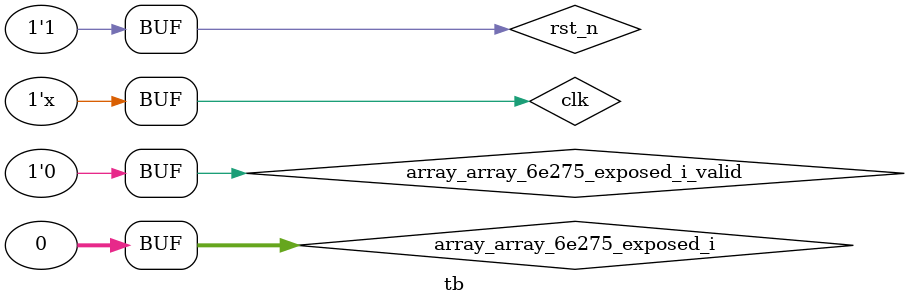
<source format=sv>

module memuser_6e251 (
  input logic clk,
  input logic rst_n,
  // Port FIFO count
  input logic [0:0] fifo_count_pop_valid,
  input logic [31:0] fifo_count_pop_data,
  output logic [0:0] fifo_count_pop_ready,
  // Port FIFO is_finish
  input logic [0:0] fifo_is_finish_pop_valid,
  input logic [0:0] fifo_is_finish_pop_data,
  output logic [0:0] fifo_is_finish_pop_ready,
  // Port FIFO rdata
  input logic [0:0] fifo_rdata_pop_valid,
  input logic [31:0] fifo_rdata_pop_data,
  output logic [0:0] fifo_rdata_pop_ready,
  /* Array: array_6e275[1 x i32] */
  input logic [31:0] array_array_6e275_q,
  output logic [0:0] array_array_6e275_w,
  output logic [0:0] array_array_6e275_widx,
  output logic [31:0] array_array_6e275_d,

  /* Array: array_6e26c[1 x u32] */
  input logic [31:0] array_array_6e26c_q,
  output logic [0:0] array_array_6e26c_w,
  output logic [0:0] array_array_6e26c_widx,
  output logic [31:0] array_array_6e26c_d,

  /* Array: array_6e25a[9 x i32] */
  input logic [287:0] array_array_6e25a_q,

  // self.event_q
  input logic counter_pop_valid,
  input logic counter_delta_ready,
  output logic counter_pop_ready,
  output logic expose_executed);

  logic executed;
  logic [31:0] var_29;
  assign var_29 = fifo_rdata_pop_data;


  assign fifo_rdata_pop_ready = executed;
  logic [31:0] var_31;
  assign var_31 = fifo_count_pop_data;


  assign fifo_count_pop_ready = executed;
  logic [0:0] var_33;
  assign var_33 = fifo_is_finish_pop_data;


  assign fifo_is_finish_pop_ready = executed;
  logic [31:0] var_35;
  assign var_35 = var_29;


  logic [31:0] var_37;
  assign var_37 = 8 == var_31 ? array_array_6e25a_q[287:256] : (7 == var_31 ? array_array_6e25a_q[255:224] : (6 == var_31 ? array_array_6e25a_q[223:192] : (5 == var_31 ? array_array_6e25a_q[191:160] : (4 == var_31 ? array_array_6e25a_q[159:128] : (3 == var_31 ? array_array_6e25a_q[127:96] : (2 == var_31 ? array_array_6e25a_q[95:64] : (1 == var_31 ? array_array_6e25a_q[63:32] : (0 == var_31 ? array_array_6e25a_q[31:0] : ('x)))))))));


  logic [63:0] var_40;
  assign var_40 = $signed(var_35) * $signed(var_37);


  logic [31:0] var_45;
  assign var_45 = var_40[31:0];


  logic [31:0] var_49;
  assign var_49 = var_45;


  logic [31:0] var_51;
  assign var_51 = array_array_6e275_q[31:0];


  logic [31:0] var_54;
  assign var_54 = $signed(var_51) + $signed(var_49);


  logic [0:0] var_58;
  assign var_58 = var_31 < 32'd8;


  logic [0:0] var_68;
  assign var_68 = var_31 == 32'd8;


  logic [31:0] var_74;
  assign var_74 = array_array_6e26c_q[31:0];


  logic [31:0] var_78;
  assign var_78 = var_74 + 32'd1;


  always_ff @(posedge clk) if (executed && (var_68))$display("%t\t[memuser_6e251]\t\tStep: %d	Conv_sum: %d",



  $time

, var_78, var_54);

  always_ff @(posedge clk) if (executed && (var_68 && var_33))$display("%t\t[memuser_6e251]\t\tfinish",



  $time

);





  // Gather FIFO pushes
  // Gather Array writes
  assign array_array_6e26c_w = (executed) && (((var_68)));
    assign array_array_6e26c_d = ({ 32 { (var_68) } } & var_78);
    assign array_array_6e26c_widx = ({ 1 { (var_68) } } & 1'd0);

    assign array_array_6e275_w = (executed) && (((var_58)) || ((var_68)));
    assign array_array_6e275_d = ({ 32 { (var_58) } } & var_54) | ({ 32 { (var_68) } } & 32'd0);
    assign array_array_6e275_widx = ({ 1 { (var_58) } } & 1'd0) | ({ 1 { (var_68) } } & 1'd0);

    assign executed = counter_pop_valid;
  assign counter_pop_ready = executed;
  assign expose_executed = executed;
endmodule // memuser_6e251


module driver (
  input logic clk,
  input logic rst_n,
  /* Array: array_6e323[1 x u32] */
  input logic [31:0] array_array_6e323_q,
  output logic [0:0] array_array_6e323_w,
  output logic [0:0] array_array_6e323_widx,
  output logic [31:0] array_array_6e323_d,

  /* Array: array_6e317[1 x u32] */
  input logic [31:0] array_array_6e317_q,
  output logic [0:0] array_array_6e317_w,
  output logic [0:0] array_array_6e317_widx,
  output logic [31:0] array_array_6e317_d,

  /* Array: array_6e329[1 x u32] */
  input logic [31:0] array_array_6e329_q,
  output logic [0:0] array_array_6e329_w,
  output logic [0:0] array_array_6e329_widx,
  output logic [31:0] array_array_6e329_d,

  // External FIFO memuser_6e251.is_finish
  output logic [0:0] fifo_memuser_6e251_is_finish_push_valid,
  output logic [0:0] fifo_memuser_6e251_is_finish_push_data,
  input logic [0:0] fifo_memuser_6e251_is_finish_push_ready,

  /* Array: array_6e335[1 x u32] */
  input logic [31:0] array_array_6e335_q,
  output logic [0:0] array_array_6e335_w,
  output logic [0:0] array_array_6e335_widx,
  output logic [31:0] array_array_6e335_d,

  // External FIFO memuser_6e251.count
  output logic [0:0] fifo_memuser_6e251_count_push_valid,
  output logic [31:0] fifo_memuser_6e251_count_push_data,
  input logic [0:0] fifo_memuser_6e251_count_push_ready,

  /* Array: array_6e32f[1 x u32] */
  input logic [31:0] array_array_6e32f_q,
  output logic [0:0] array_array_6e32f_w,
  output logic [0:0] array_array_6e32f_widx,
  output logic [31:0] array_array_6e32f_d,

  // Module memuser_6e251
  output logic [7:0] memuser_6e251_counter_delta,
  input logic [0:0] memuser_6e251_counter_delta_ready,


  output logic [13:0] expose_var_149,
  output logic [0:0] expose_var_149_valid,
  // self.event_q
  input logic counter_pop_valid,
  input logic counter_delta_ready,
  output logic counter_pop_ready,
  output logic expose_executed);

  logic executed;
  logic [31:0] var_101;
  assign var_101 = array_array_6e317_q[31:0];


  logic [31:0] var_104;
  assign var_104 = array_array_6e323_q[31:0];


  logic [31:0] var_107;
  assign var_107 = array_array_6e329_q[31:0];


  logic [31:0] var_110;
  assign var_110 = array_array_6e32f_q[31:0];


  logic [31:0] var_113;
  assign var_113 = array_array_6e335_q[31:0];


  logic [63:0] var_117;
  assign var_117 = var_101 * 32'd128;


  logic [31:0] var_120;
  assign var_120 = var_117[31:0];


  logic [31:0] var_124;
  assign var_124 = var_120;


  logic [31:0] var_126;
  assign var_126 = var_124 + var_104;


  logic [63:0] var_129;
  assign var_129 = var_107 * 32'd128;


  logic [31:0] var_132;
  assign var_132 = var_129[31:0];


  logic [31:0] var_136;
  assign var_136 = var_132;


  logic [31:0] var_138;
  assign var_138 = var_136 + var_110;


  logic [31:0] var_141;
  assign var_141 = var_126 + var_138;


  logic [13:0] var_145;
  assign var_145 = var_141[13:0];


  logic [13:0] var_149;
  assign var_149 = var_145;
  assign expose_var_149 = var_149;
  assign expose_var_149_valid = executed && 1;


  logic [0:0] var_152;
  assign var_152 = var_101 == 32'd61;


  logic [0:0] var_156;
  assign var_156 = var_152 ? 1'd1 : 1'd0;


  logic [0:0] var_242;
  assign var_242 = var_104 == 32'd125;


  logic [0:0] var_164;
  assign var_164 = var_242 ? var_156 : 1'd0;


  logic [0:0] var_224;
  assign var_224 = var_110 == 32'd2;


  logic [31:0] var_182;
  assign var_182 = var_107 + 32'd1;


  logic [31:0] var_185;
  assign var_185 = var_224 ? var_182 : var_107;


  logic [0:0] var_190;
  assign var_190 = var_185 == 32'd3;


  logic [31:0] var_194;
  assign var_194 = var_190 ? 32'd0 : var_185;


  logic [31:0] var_201;
  assign var_201 = var_110 + 32'd1;


  logic [31:0] var_204;
  assign var_204 = var_224 ? 32'd0 : var_201;


  logic [0:0] var_282;
  assign var_282 = var_113 == 32'd8;


  logic [31:0] var_217;
  assign var_217 = var_101 + 32'd1;


  logic [31:0] var_220;
  assign var_220 = var_242 ? var_217 : var_101;


  logic [31:0] var_227;
  assign var_227 = var_104 + 32'd1;


  logic [31:0] var_230;
  assign var_230 = var_242 ? 32'd0 : var_227;


  logic [31:0] var_245;
  assign var_245 = var_113 + 32'd1;


  logic [31:0] var_248;
  assign var_248 = var_282 ? 32'd0 : var_245;


  assign memuser_6e251_counter_delta = executed ? 1 : 0;

  // Gather FIFO pushes
  assign fifo_memuser_6e251_count_push_valid = executed;
  assign fifo_memuser_6e251_count_push_data = var_113;

  assign fifo_memuser_6e251_is_finish_push_valid = executed;
  assign fifo_memuser_6e251_is_finish_push_data = var_164;

  // Gather Array writes
  assign array_array_6e317_w = (executed) && (((var_282)));
    assign array_array_6e317_d = ({ 32 { (var_282) } } & var_220);
    assign array_array_6e317_widx = ({ 1 { (var_282) } } & 1'd0);

    assign array_array_6e323_w = (executed) && (((var_282)));
    assign array_array_6e323_d = ({ 32 { (var_282) } } & var_230);
    assign array_array_6e323_widx = ({ 1 { (var_282) } } & 1'd0);

    assign array_array_6e335_w = executed;
    assign array_array_6e335_d = var_248;
    assign array_array_6e335_widx = 1'd0;

    assign array_array_6e329_w = executed;
    assign array_array_6e329_d = var_194;
    assign array_array_6e329_widx = 1'd0;

    assign array_array_6e32f_w = executed;
    assign array_array_6e32f_d = var_204;
    assign array_array_6e32f_widx = 1'd0;

    assign executed = counter_pop_valid;
  assign counter_pop_ready = executed;
  assign expose_executed = executed;
endmodule // driver


module SRAM_6e3f2 (
  input logic clk,
  input logic rst_n,
  /* Array: array_77af3[16384 x b32] */
  /* /tmp/conv_sum/inputfile.hex */


  // External FIFO memuser_6e251.rdata
  output logic [0:0] fifo_memuser_6e251_rdata_push_valid,
  output logic [31:0] fifo_memuser_6e251_rdata_push_data,
  input logic [0:0] fifo_memuser_6e251_rdata_push_ready,

  // Declare upstream executed signals
  input logic [0:0] driver_executed,
  input logic [13:0] var_149,
  input logic [0:0] var_149_valid,
  output logic expose_executed);

  logic executed;
  logic [31:0] dataout;
  logic [31:0] var_275;
  assign var_275 = dataout;
  // Gather FIFO pushes
  assign fifo_memuser_6e251_rdata_push_valid = (executed) && (((1'd1)));
  assign fifo_memuser_6e251_rdata_push_data = ({ 32 { (1'd1) } } & var_275);

  // Gather Array writes
  // this is Mem Array 
  logic array_array_77af3_w;
  logic [31:0] array_array_77af3_d;
  logic [13:0] array_array_77af3_widx;
  assign array_array_77af3_w = (executed) && (((1'd0)));
  assign array_array_77af3_d = ({ 32 { (1'd0) } } & 32'd0);
  assign array_array_77af3_widx = var_149;


  memory_blackbox_array_77af3 #(
        .DATA_WIDTH(32),   
        .ADDR_WIDTH(14)     
    ) memory_blackbox_array_77af3(
    .clk     (clk), 
    .address (array_array_77af3_widx), 
    .wd      (array_array_77af3_d), 
    .banksel (1'd1),    
    .read    (1'd1), 
    .write   (array_array_77af3_w), 
    .dataout (dataout), 
    .rst_n   (rst_n)
    );  
          
  assign executed = driver_executed;
  assign expose_executed = executed;
endmodule // SRAM_6e3f2




(* blackbox *)

module memory_blackbox_array_77af3 #(
    parameter DATA_WIDTH = 32,   
    parameter ADDR_WIDTH = 14 
)(
    input clk,
    input [ADDR_WIDTH-1:0] address,        
    input [DATA_WIDTH-1:0] wd,             
    input banksel,                         
    input read,                            
    input write,                           
    output reg [DATA_WIDTH-1:0] dataout,   
    input rst_n                            
);

    localparam DEPTH = 1 << ADDR_WIDTH;
    reg [DATA_WIDTH-1:0] mem [DEPTH-1:0];

    initial begin

      end
        always @ (posedge clk) begin
            if (write & banksel) begin
                mem[address] <= wd;
            end
        end
    
        assign dataout = (read & banksel) ? mem[address] : {DATA_WIDTH{1'b0}};
    
    endmodule
              module top(
  output logic [31:0] array_array_6e275_exposed_o,
  input logic [31:0] array_array_6e275_exposed_i,
  input logic [0:0] array_array_6e275_exposed_i_valid,

  input logic clk,
  input logic rst_n
);

//Array: array_77af3, Init File Path: /tmp/conv_sum/inputfile.hex
  /* Array: array_6e275[1 x i32] */
  logic [31:0] array_array_6e275_q;
  logic [31:0] array_array_6e275_driver_memuser_6e251_d;
  logic [0:0] array_array_6e275_driver_memuser_6e251_w;
  logic [0:0] array_array_6e275_driver_memuser_6e251_widx;
  assign array_array_6e275_exposed_o = array_array_6e275_q;
  logic [31:0] array_array_6e275_temp;
  assign array_array_6e275_temp = array_array_6e275_exposed_i_valid?array_array_6e275_exposed_i:array_array_6e275_d;
  logic [31:0] array_array_6e275_d;
  logic [0:0] array_array_6e275_widx;
  logic [0:0] array_array_6e275_w;
  assign array_array_6e275_d = ({ 32 { array_array_6e275_driver_memuser_6e251_w } } & array_array_6e275_driver_memuser_6e251_d);
  assign array_array_6e275_widx = ({ 1 { array_array_6e275_driver_memuser_6e251_w } } & array_array_6e275_driver_memuser_6e251_widx);
  assign array_array_6e275_w = array_array_6e275_driver_memuser_6e251_w;
  always_ff @(posedge clk or negedge rst_n)
    if (!rst_n)
      array_array_6e275_q <= 32'd0;
    else if (array_array_6e275_w) begin

      case (array_array_6e275_widx)
        0 : array_array_6e275_q[31:0] <= array_array_6e275_temp;
        default: ;
      endcase
    end
  /* Array: array_6e25a[9 x i32] */
  logic [287:0] array_array_6e25a_q;
  logic [31:0] array_array_6e25a_d;
  logic [3:0] array_array_6e25a_widx;
  logic [0:0] array_array_6e25a_w;
  assign array_array_6e25a_d = 'x;
  assign array_array_6e25a_widx = 'x;
  assign array_array_6e25a_w = 'x;
  always_ff @(posedge clk or negedge rst_n)
    if (!rst_n)
    begin
      array_array_6e25a_q[31:0] <= 32'd0;
      array_array_6e25a_q[63:32] <= 32'd1;
      array_array_6e25a_q[95:64] <= 32'd2;
      array_array_6e25a_q[127:96] <= 32'd3;
      array_array_6e25a_q[159:128] <= 32'd4;
      array_array_6e25a_q[191:160] <= 32'd5;
      array_array_6e25a_q[223:192] <= 32'd6;
      array_array_6e25a_q[255:224] <= 32'd7;
      array_array_6e25a_q[287:256] <= 32'd8;
    end
    else if (array_array_6e25a_w) begin

      case (array_array_6e25a_widx)
        0 : array_array_6e25a_q[31:0] <= array_array_6e25a_d;
        1 : array_array_6e25a_q[63:32] <= array_array_6e25a_d;
        2 : array_array_6e25a_q[95:64] <= array_array_6e25a_d;
        3 : array_array_6e25a_q[127:96] <= array_array_6e25a_d;
        4 : array_array_6e25a_q[159:128] <= array_array_6e25a_d;
        5 : array_array_6e25a_q[191:160] <= array_array_6e25a_d;
        6 : array_array_6e25a_q[223:192] <= array_array_6e25a_d;
        7 : array_array_6e25a_q[255:224] <= array_array_6e25a_d;
        8 : array_array_6e25a_q[287:256] <= array_array_6e25a_d;
        default: ;
      endcase
    end
  /* Array: array_6e26c[1 x u32] */
  logic [31:0] array_array_6e26c_q;
  logic [31:0] array_array_6e26c_driver_memuser_6e251_d;
  logic [0:0] array_array_6e26c_driver_memuser_6e251_w;
  logic [0:0] array_array_6e26c_driver_memuser_6e251_widx;
  logic [31:0] array_array_6e26c_d;
  logic [0:0] array_array_6e26c_widx;
  logic [0:0] array_array_6e26c_w;
  assign array_array_6e26c_d = ({ 32 { array_array_6e26c_driver_memuser_6e251_w } } & array_array_6e26c_driver_memuser_6e251_d);
  assign array_array_6e26c_widx = ({ 1 { array_array_6e26c_driver_memuser_6e251_w } } & array_array_6e26c_driver_memuser_6e251_widx);
  assign array_array_6e26c_w = array_array_6e26c_driver_memuser_6e251_w;
  always_ff @(posedge clk or negedge rst_n)
    if (!rst_n)
      array_array_6e26c_q <= 32'd0;
    else if (array_array_6e26c_w) begin

      case (array_array_6e26c_widx)
        0 : array_array_6e26c_q[31:0] <= array_array_6e26c_d;
        default: ;
      endcase
    end
  /* Array: array_6e317[1 x u32] */
  logic [31:0] array_array_6e317_q;
  logic [31:0] array_array_6e317_driver_driver_d;
  logic [0:0] array_array_6e317_driver_driver_w;
  logic [0:0] array_array_6e317_driver_driver_widx;
  logic [31:0] array_array_6e317_d;
  logic [0:0] array_array_6e317_widx;
  logic [0:0] array_array_6e317_w;
  assign array_array_6e317_d = ({ 32 { array_array_6e317_driver_driver_w } } & array_array_6e317_driver_driver_d);
  assign array_array_6e317_widx = ({ 1 { array_array_6e317_driver_driver_w } } & array_array_6e317_driver_driver_widx);
  assign array_array_6e317_w = array_array_6e317_driver_driver_w;
  always_ff @(posedge clk or negedge rst_n)
    if (!rst_n)
      array_array_6e317_q <= 32'd0;
    else if (array_array_6e317_w) begin

      case (array_array_6e317_widx)
        0 : array_array_6e317_q[31:0] <= array_array_6e317_d;
        default: ;
      endcase
    end
  /* Array: array_6e32f[1 x u32] */
  logic [31:0] array_array_6e32f_q;
  logic [31:0] array_array_6e32f_driver_driver_d;
  logic [0:0] array_array_6e32f_driver_driver_w;
  logic [0:0] array_array_6e32f_driver_driver_widx;
  logic [31:0] array_array_6e32f_d;
  logic [0:0] array_array_6e32f_widx;
  logic [0:0] array_array_6e32f_w;
  assign array_array_6e32f_d = ({ 32 { array_array_6e32f_driver_driver_w } } & array_array_6e32f_driver_driver_d);
  assign array_array_6e32f_widx = ({ 1 { array_array_6e32f_driver_driver_w } } & array_array_6e32f_driver_driver_widx);
  assign array_array_6e32f_w = array_array_6e32f_driver_driver_w;
  always_ff @(posedge clk or negedge rst_n)
    if (!rst_n)
      array_array_6e32f_q <= 32'd0;
    else if (array_array_6e32f_w) begin

      case (array_array_6e32f_widx)
        0 : array_array_6e32f_q[31:0] <= array_array_6e32f_d;
        default: ;
      endcase
    end
  /* Array: array_6e323[1 x u32] */
  logic [31:0] array_array_6e323_q;
  logic [31:0] array_array_6e323_driver_driver_d;
  logic [0:0] array_array_6e323_driver_driver_w;
  logic [0:0] array_array_6e323_driver_driver_widx;
  logic [31:0] array_array_6e323_d;
  logic [0:0] array_array_6e323_widx;
  logic [0:0] array_array_6e323_w;
  assign array_array_6e323_d = ({ 32 { array_array_6e323_driver_driver_w } } & array_array_6e323_driver_driver_d);
  assign array_array_6e323_widx = ({ 1 { array_array_6e323_driver_driver_w } } & array_array_6e323_driver_driver_widx);
  assign array_array_6e323_w = array_array_6e323_driver_driver_w;
  always_ff @(posedge clk or negedge rst_n)
    if (!rst_n)
      array_array_6e323_q <= 32'd0;
    else if (array_array_6e323_w) begin

      case (array_array_6e323_widx)
        0 : array_array_6e323_q[31:0] <= array_array_6e323_d;
        default: ;
      endcase
    end
  /* Array: array_6e335[1 x u32] */
  logic [31:0] array_array_6e335_q;
  logic [31:0] array_array_6e335_driver_driver_d;
  logic [0:0] array_array_6e335_driver_driver_w;
  logic [0:0] array_array_6e335_driver_driver_widx;
  logic [31:0] array_array_6e335_d;
  logic [0:0] array_array_6e335_widx;
  logic [0:0] array_array_6e335_w;
  assign array_array_6e335_d = ({ 32 { array_array_6e335_driver_driver_w } } & array_array_6e335_driver_driver_d);
  assign array_array_6e335_widx = ({ 1 { array_array_6e335_driver_driver_w } } & array_array_6e335_driver_driver_widx);
  assign array_array_6e335_w = array_array_6e335_driver_driver_w;
  always_ff @(posedge clk or negedge rst_n)
    if (!rst_n)
      array_array_6e335_q <= 32'd0;
    else if (array_array_6e335_w) begin

      case (array_array_6e335_widx)
        0 : array_array_6e335_q[31:0] <= array_array_6e335_d;
        default: ;
      endcase
    end
  /* Array: array_6e329[1 x u32] */
  logic [31:0] array_array_6e329_q;
  logic [31:0] array_array_6e329_driver_driver_d;
  logic [0:0] array_array_6e329_driver_driver_w;
  logic [0:0] array_array_6e329_driver_driver_widx;
  logic [31:0] array_array_6e329_d;
  logic [0:0] array_array_6e329_widx;
  logic [0:0] array_array_6e329_w;
  assign array_array_6e329_d = ({ 32 { array_array_6e329_driver_driver_w } } & array_array_6e329_driver_driver_d);
  assign array_array_6e329_widx = ({ 1 { array_array_6e329_driver_driver_w } } & array_array_6e329_driver_driver_widx);
  assign array_array_6e329_w = array_array_6e329_driver_driver_w;
  always_ff @(posedge clk or negedge rst_n)
    if (!rst_n)
      array_array_6e329_q <= 32'd0;
    else if (array_array_6e329_w) begin

      case (array_array_6e329_widx)
        0 : array_array_6e329_q[31:0] <= array_array_6e329_d;
        default: ;
      endcase
    end
  /* Array: array_77af3[16384 x b32] */
  logic [31:0] array_array_77af3_q;
  logic [31:0] array_array_77af3_driver_SRAM_6e3f2_d;
  logic [0:0] array_array_77af3_driver_SRAM_6e3f2_w;
  logic [13:0] array_array_77af3_driver_SRAM_6e3f2_widx;
  // fifo: count: fifo<u32>, depth: 4
  // Declare the pop.{data/valid/ready}
  logic [31:0] fifo_memuser_6e251_count_pop_data;
  logic [0:0] fifo_memuser_6e251_count_pop_valid;
  logic [0:0] fifo_memuser_6e251_count_pop_ready;
  logic [31:0] fifo_memuser_6e251_count_driver_driver_push_data;
  logic [0:0] fifo_memuser_6e251_count_driver_driver_push_valid;
  logic [0:0] fifo_memuser_6e251_count_driver_driver_push_ready;
  // Broadcast the push_ready signal to all the pushers
  logic fifo_memuser_6e251_count_push_ready;
  assign fifo_memuser_6e251_count_driver_driver_push_ready = fifo_memuser_6e251_count_push_ready;  // Gather all the push signal
  logic [0:0] fifo_memuser_6e251_count_push_valid;
  assign fifo_memuser_6e251_count_push_valid = fifo_memuser_6e251_count_driver_driver_push_valid;
  // 1-hot select the push data
  logic [31:0] fifo_memuser_6e251_count_push_data;
  assign fifo_memuser_6e251_count_push_data = ({ 32 { fifo_memuser_6e251_count_driver_driver_push_valid } } & fifo_memuser_6e251_count_driver_driver_push_data);

  fifo #(32, 2) fifo_memuser_6e251_count_i (
    .clk(clk),
    .rst_n(rst_n),
    .push_valid(fifo_memuser_6e251_count_push_valid),
    .push_data(fifo_memuser_6e251_count_push_data),
    .push_ready(fifo_memuser_6e251_count_push_ready),
    .pop_valid(fifo_memuser_6e251_count_pop_valid),
    .pop_data(fifo_memuser_6e251_count_pop_data),
    .pop_ready(fifo_memuser_6e251_count_pop_ready));

  // fifo: is_finish: fifo<u1>, depth: 4
  // Declare the pop.{data/valid/ready}
  logic [0:0] fifo_memuser_6e251_is_finish_pop_data;
  logic [0:0] fifo_memuser_6e251_is_finish_pop_valid;
  logic [0:0] fifo_memuser_6e251_is_finish_pop_ready;
  logic [0:0] fifo_memuser_6e251_is_finish_driver_driver_push_data;
  logic [0:0] fifo_memuser_6e251_is_finish_driver_driver_push_valid;
  logic [0:0] fifo_memuser_6e251_is_finish_driver_driver_push_ready;
  // Broadcast the push_ready signal to all the pushers
  logic fifo_memuser_6e251_is_finish_push_ready;
  assign fifo_memuser_6e251_is_finish_driver_driver_push_ready = fifo_memuser_6e251_is_finish_push_ready;  // Gather all the push signal
  logic [0:0] fifo_memuser_6e251_is_finish_push_valid;
  assign fifo_memuser_6e251_is_finish_push_valid = fifo_memuser_6e251_is_finish_driver_driver_push_valid;
  // 1-hot select the push data
  logic [0:0] fifo_memuser_6e251_is_finish_push_data;
  assign fifo_memuser_6e251_is_finish_push_data = ({ 1 { fifo_memuser_6e251_is_finish_driver_driver_push_valid } } & fifo_memuser_6e251_is_finish_driver_driver_push_data);

  fifo #(1, 2) fifo_memuser_6e251_is_finish_i (
    .clk(clk),
    .rst_n(rst_n),
    .push_valid(fifo_memuser_6e251_is_finish_push_valid),
    .push_data(fifo_memuser_6e251_is_finish_push_data),
    .push_ready(fifo_memuser_6e251_is_finish_push_ready),
    .pop_valid(fifo_memuser_6e251_is_finish_pop_valid),
    .pop_data(fifo_memuser_6e251_is_finish_pop_data),
    .pop_ready(fifo_memuser_6e251_is_finish_pop_ready));

  // fifo: rdata: fifo<b32>, depth: 4
  // Declare the pop.{data/valid/ready}
  logic [31:0] fifo_memuser_6e251_rdata_pop_data;
  logic [0:0] fifo_memuser_6e251_rdata_pop_valid;
  logic [0:0] fifo_memuser_6e251_rdata_pop_ready;
  logic [31:0] fifo_memuser_6e251_rdata_driver_SRAM_6e3f2_push_data;
  logic [0:0] fifo_memuser_6e251_rdata_driver_SRAM_6e3f2_push_valid;
  logic [0:0] fifo_memuser_6e251_rdata_driver_SRAM_6e3f2_push_ready;
  // Broadcast the push_ready signal to all the pushers
  logic fifo_memuser_6e251_rdata_push_ready;
  assign fifo_memuser_6e251_rdata_driver_SRAM_6e3f2_push_ready = fifo_memuser_6e251_rdata_push_ready;  // Gather all the push signal
  logic [0:0] fifo_memuser_6e251_rdata_push_valid;
  assign fifo_memuser_6e251_rdata_push_valid = fifo_memuser_6e251_rdata_driver_SRAM_6e3f2_push_valid;
  // 1-hot select the push data
  logic [31:0] fifo_memuser_6e251_rdata_push_data;
  assign fifo_memuser_6e251_rdata_push_data = ({ 32 { fifo_memuser_6e251_rdata_driver_SRAM_6e3f2_push_valid } } & fifo_memuser_6e251_rdata_driver_SRAM_6e3f2_push_data);

  fifo #(32, 2) fifo_memuser_6e251_rdata_i (
    .clk(clk),
    .rst_n(rst_n),
    .push_valid(fifo_memuser_6e251_rdata_push_valid),
    .push_data(fifo_memuser_6e251_rdata_push_data),
    .push_ready(fifo_memuser_6e251_rdata_push_ready),
    .pop_valid(fifo_memuser_6e251_rdata_pop_valid),
    .pop_data(fifo_memuser_6e251_rdata_pop_data),
    .pop_ready(fifo_memuser_6e251_rdata_pop_ready));

  // Trigger SM of Module: memuser_6e251
  logic [7:0] memuser_6e251_driver_driver_counter_delta;
  logic [0:0] memuser_6e251_driver_driver_counter_delta_ready;
  logic [0:0] memuser_6e251_counter_delta_ready;
  logic [7:0] memuser_6e251_counter_delta;
  // Gather all the push signal
  assign memuser_6e251_counter_delta = memuser_6e251_driver_driver_counter_delta;
  // Broadcast the push_ready signal to all the pushers
  logic [0:0] memuser_6e251_counter_pop_ready;
  assign memuser_6e251_driver_driver_counter_delta_ready = memuser_6e251_counter_pop_ready;
  logic [0:0] memuser_6e251_counter_pop_valid;

  trigger_counter #(8) memuser_6e251_trigger_i (
    .clk(clk),
    .rst_n(rst_n),
    .delta(memuser_6e251_counter_delta),
    .delta_ready(memuser_6e251_counter_delta_ready),
    .pop_valid(memuser_6e251_counter_pop_valid),
    .pop_ready(memuser_6e251_counter_pop_ready));
  // Trigger SM of Module: driver
  logic [0:0] driver_counter_delta_ready;
  logic [7:0] driver_counter_delta;
  // Gather all the push signal
  // Broadcast the push_ready signal to all the pushers
  logic [0:0] driver_counter_pop_ready;
  logic [0:0] driver_counter_pop_valid;

  trigger_counter #(8) driver_trigger_i (
    .clk(clk),
    .rst_n(rst_n),
    .delta(driver_counter_delta),
    .delta_ready(driver_counter_delta_ready),
    .pop_valid(driver_counter_pop_valid),
    .pop_ready(driver_counter_pop_ready));
  assign driver_counter_delta = 8'b1;

  logic [0:0] memuser_6e251_executed;

  // memuser_6e251
  memuser_6e251 memuser_6e251_i (
    .clk(clk),
    .rst_n(rst_n),
    .fifo_count_pop_ready(fifo_memuser_6e251_count_pop_ready),
    .fifo_count_pop_data(fifo_memuser_6e251_count_pop_data),
    .fifo_count_pop_valid(fifo_memuser_6e251_count_pop_valid),
    .fifo_is_finish_pop_ready(fifo_memuser_6e251_is_finish_pop_ready),
    .fifo_is_finish_pop_data(fifo_memuser_6e251_is_finish_pop_data),
    .fifo_is_finish_pop_valid(fifo_memuser_6e251_is_finish_pop_valid),
    .fifo_rdata_pop_ready(fifo_memuser_6e251_rdata_pop_ready),
    .fifo_rdata_pop_data(fifo_memuser_6e251_rdata_pop_data),
    .fifo_rdata_pop_valid(fifo_memuser_6e251_rdata_pop_valid),
    .array_array_6e275_q(array_array_6e275_q),
    .array_array_6e275_w(array_array_6e275_driver_memuser_6e251_w),
    .array_array_6e275_widx(array_array_6e275_driver_memuser_6e251_widx),
    .array_array_6e275_d(array_array_6e275_driver_memuser_6e251_d),
    .array_array_6e26c_q(array_array_6e26c_q),
    .array_array_6e26c_w(array_array_6e26c_driver_memuser_6e251_w),
    .array_array_6e26c_widx(array_array_6e26c_driver_memuser_6e251_widx),
    .array_array_6e26c_d(array_array_6e26c_driver_memuser_6e251_d),
    .array_array_6e25a_q(array_array_6e25a_q),
    .counter_delta_ready(memuser_6e251_counter_delta_ready),
    .counter_pop_ready(memuser_6e251_counter_pop_ready),
    .counter_pop_valid(memuser_6e251_counter_pop_valid),
    .expose_executed(memuser_6e251_executed));
  logic [13:0] logic_var_149;
  logic [0:0] logic_var_149_valid;
  logic [0:0] driver_executed;

  // driver
  driver driver_i (
    .clk(clk),
    .rst_n(rst_n),
    .array_array_6e323_q(array_array_6e323_q),
    .array_array_6e323_w(array_array_6e323_driver_driver_w),
    .array_array_6e323_widx(array_array_6e323_driver_driver_widx),
    .array_array_6e323_d(array_array_6e323_driver_driver_d),
    .array_array_6e317_q(array_array_6e317_q),
    .array_array_6e317_w(array_array_6e317_driver_driver_w),
    .array_array_6e317_widx(array_array_6e317_driver_driver_widx),
    .array_array_6e317_d(array_array_6e317_driver_driver_d),
    .array_array_6e329_q(array_array_6e329_q),
    .array_array_6e329_w(array_array_6e329_driver_driver_w),
    .array_array_6e329_widx(array_array_6e329_driver_driver_widx),
    .array_array_6e329_d(array_array_6e329_driver_driver_d),
    .fifo_memuser_6e251_is_finish_push_valid(fifo_memuser_6e251_is_finish_driver_driver_push_valid),
    .fifo_memuser_6e251_is_finish_push_data(fifo_memuser_6e251_is_finish_driver_driver_push_data),
    .fifo_memuser_6e251_is_finish_push_ready(fifo_memuser_6e251_is_finish_driver_driver_push_ready),
    .array_array_6e335_q(array_array_6e335_q),
    .array_array_6e335_w(array_array_6e335_driver_driver_w),
    .array_array_6e335_widx(array_array_6e335_driver_driver_widx),
    .array_array_6e335_d(array_array_6e335_driver_driver_d),
    .fifo_memuser_6e251_count_push_valid(fifo_memuser_6e251_count_driver_driver_push_valid),
    .fifo_memuser_6e251_count_push_data(fifo_memuser_6e251_count_driver_driver_push_data),
    .fifo_memuser_6e251_count_push_ready(fifo_memuser_6e251_count_driver_driver_push_ready),
    .array_array_6e32f_q(array_array_6e32f_q),
    .array_array_6e32f_w(array_array_6e32f_driver_driver_w),
    .array_array_6e32f_widx(array_array_6e32f_driver_driver_widx),
    .array_array_6e32f_d(array_array_6e32f_driver_driver_d),
    .memuser_6e251_counter_delta_ready(memuser_6e251_driver_driver_counter_delta_ready),
    .memuser_6e251_counter_delta(memuser_6e251_driver_driver_counter_delta),
    .expose_var_149(logic_var_149),
    .expose_var_149_valid(logic_var_149_valid),
    .counter_delta_ready(driver_counter_delta_ready),
    .counter_pop_ready(driver_counter_pop_ready),
    .counter_pop_valid(driver_counter_pop_valid),
    .expose_executed(driver_executed));
  logic [0:0] SRAM_6e3f2_executed;

  // SRAM_6e3f2
  SRAM_6e3f2 SRAM_6e3f2_i (
    .clk(clk),
    .rst_n(rst_n),
    .fifo_memuser_6e251_rdata_push_valid(fifo_memuser_6e251_rdata_driver_SRAM_6e3f2_push_valid),
    .fifo_memuser_6e251_rdata_push_data(fifo_memuser_6e251_rdata_driver_SRAM_6e3f2_push_data),
    .fifo_memuser_6e251_rdata_push_ready(fifo_memuser_6e251_rdata_driver_SRAM_6e3f2_push_ready),
    // Upstream executed signals
    .driver_executed(driver_executed),
    .var_149(logic_var_149),
    .var_149_valid(logic_var_149_valid),
    .expose_executed(SRAM_6e3f2_executed));
endmodule // top

module fifo #(
    parameter WIDTH = 8,
    parameter DEPTH_LOG2 = 2 // Special case when DEPTH_LOG2 = 0, single element FIFO
    // parameter NAME = "fifo" // TODO(@were): Open this later
) (
    input  logic               clk,
    input  logic               rst_n,

    input  logic               push_valid,
    input  logic [WIDTH - 1:0] push_data,
    output logic               push_ready,

    output logic               pop_valid,
    output logic [WIDTH - 1:0] pop_data,
    input  logic               pop_ready
);

generate
    if (DEPTH_LOG2 == 0) begin : single_element_fifo
        // Single element FIFO for DEPTH_LOG2 = 0

        logic fifo_full; 

        assign push_ready = ~fifo_full || (fifo_full && pop_ready); 
        assign pop_valid  = fifo_full;                              

        always @(posedge clk or negedge rst_n) begin
            if (!rst_n) begin
                fifo_full <= 1'b0;
                pop_data <= 'x;
            end else begin
                
                if (push_valid && pop_ready) begin
                    pop_data <= push_data; 
                    fifo_full <= 1'b1;     
                end
                
                else if (push_valid && ~fifo_full) begin
                    pop_data <= push_data; 
                    fifo_full <= 1'b1;     
                end
                
                else if (pop_ready && fifo_full) begin
                    fifo_full <= 1'b0;     
                    pop_data <= 'x;        
                end
            end
        end

    end else begin : multi_element_fifo
        // Multi-element FIFO for DEPTH_LOG2 > 0

        
        
        

        logic [(DEPTH_LOG2 != 0 ? DEPTH_LOG2 - 1 : 0):0] front;
        logic [(DEPTH_LOG2 != 0 ? DEPTH_LOG2 - 1 : 0):0] back;
        logic [(DEPTH_LOG2 + 1):0] count;
        logic [WIDTH - 1:0] q[0:(1 << DEPTH_LOG2)-1];

        logic [(DEPTH_LOG2 + 1):0] new_count;
        logic [(DEPTH_LOG2 != 0 ? DEPTH_LOG2 - 1 : 0):0] new_front;
        logic temp_pop_valid;

        // The number of elements in the queue after this cycle.
        assign new_count = count + (push_valid ? 1 : 0) - (pop_ready ? 1 : 0);

        // The new front of the queue after this cycle.
        assign new_front = front + (pop_ready && count != 0 ? 1 : 0);

        always @(posedge clk or negedge rst_n) begin
            if (!rst_n) begin
                front <= 0;
                back <= 0;
                pop_valid <= 1'b0;
                pop_data <= 'x;
                count <= 0;
                push_ready <= 1'b1;
            end else begin

                if (push_valid && new_count <= (1 << DEPTH_LOG2)) begin
                    q[back] <= push_data;
                    back <= (back + 1);
                end

                front <= new_front;
                count <= new_count;

                push_ready <= new_count < (1 << DEPTH_LOG2);

                temp_pop_valid = new_count != 0 || push_valid;
                pop_valid <= temp_pop_valid;
    // This is the most tricky part of the code:
    // If new_count is 0, we have noting to pop, so we just give pop_valid a 0,
    // and pop_data a 'x. Otherwise, we have to pop something real from the FIFO.
    // Because the array write uses a non-blocking "<=" operator, the result
    // of array write will not be visible until the next cycle. However, we
    // need this result when new_front == back. This indicates the newly
    // pushed data is also the front of the FIFO. Instead of reading it from
    // the array buffer, we directly forward the push_data to pop_data.
                pop_data <= temp_pop_valid ? (new_front == back && push_valid ? push_data : q[new_front]) : 'x;

            end
        end

        
        
        
    end
endgenerate

endmodule


// The purpose of a FIFO is different from the purpose of a counter.
// A FIFO can only be pushed or popped once per cycle, while a counter
// can increase multiple event counters in a single cycle.
//
// This is tyically useful for an arbiter, where an arbiter can have multiple
// instances pushed to it in a single same cycle, but it can only pop one
// instance per cycle.
module trigger_counter #(
    parameter WIDTH = 8
    // parameter NAME = "fifo" // TODO(@were): Open this later
) (
  input logic clk,
  input logic rst_n,

  input  logic [WIDTH-1:0] delta,
  output logic             delta_ready,

  input  logic             pop_ready,
  output logic             pop_valid
);

logic [WIDTH-1:0] count;
logic [WIDTH-1:0] temp;
logic [WIDTH-1:0] new_count;

// If pop_ready is high, counter -= 1
assign temp = count + delta;
// To avoid overflow minus
assign new_count = temp >= (pop_ready ? 1 : 0) ? temp - (pop_ready ? 1 : 0) : 0;

always @(posedge clk or negedge rst_n) begin
  if (!rst_n) begin
    count <= '0;
  end else begin
    // If the counter is gonna overflow, this counter cannot accept any new
    // deltas.
    delta_ready <= new_count != {WIDTH{1'b1}};
    // Assign the new counter value.
    count <= new_count;
    pop_valid <= (new_count != 0 || delta != 0);
  end
end

endmodule

module tb;

logic clk;
logic rst_n;
logic [31:0]array_array_6e275_exposed_o;
logic [31:0]array_array_6e275_exposed_i;
logic array_array_6e275_exposed_i_valid;

assign array_array_6e275_exposed_i_valid = 1'd0;
assign array_array_6e275_exposed_i = 32'd0;

initial begin
  clk = 1'b1;
  rst_n = 1'b0;
  #150;
  rst_n = 1'b1;
  #7372900;
  


end

always #50 clk <= !clk;



top top_i (
  .clk(clk),
  .rst_n(rst_n),
  .array_array_6e275_exposed_o(array_array_6e275_exposed_o),
  .array_array_6e275_exposed_i(array_array_6e275_exposed_i),
  .array_array_6e275_exposed_i_valid(array_array_6e275_exposed_i_valid)
);

endmodule

</source>
